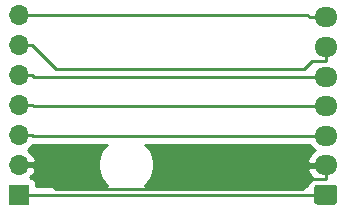
<source format=gbr>
%TF.GenerationSoftware,KiCad,Pcbnew,5.1.6-c6e7f7d~87~ubuntu20.04.1*%
%TF.CreationDate,2022-04-29T16:14:20+02:00*%
%TF.ProjectId,i2c_display,6932635f-6469-4737-906c-61792e6b6963,rev?*%
%TF.SameCoordinates,PXa03a458PY706ce10*%
%TF.FileFunction,Copper,L1,Top*%
%TF.FilePolarity,Positive*%
%FSLAX46Y46*%
G04 Gerber Fmt 4.6, Leading zero omitted, Abs format (unit mm)*
G04 Created by KiCad (PCBNEW 5.1.6-c6e7f7d~87~ubuntu20.04.1) date 2022-04-29 16:14:20*
%MOMM*%
%LPD*%
G01*
G04 APERTURE LIST*
%TA.AperFunction,ComponentPad*%
%ADD10R,1.700000X1.700000*%
%TD*%
%TA.AperFunction,ComponentPad*%
%ADD11O,1.700000X1.700000*%
%TD*%
%TA.AperFunction,ComponentPad*%
%ADD12O,1.950000X1.700000*%
%TD*%
%TA.AperFunction,Conductor*%
%ADD13C,0.250000*%
%TD*%
%TA.AperFunction,Conductor*%
%ADD14C,0.254000*%
%TD*%
G04 APERTURE END LIST*
D10*
%TO.P,J1,1*%
%TO.N,1*%
X1989160Y2886480D03*
D11*
%TO.P,J1,2*%
%TO.N,2*%
X1989160Y5426480D03*
%TO.P,J1,3*%
%TO.N,3*%
X1989160Y7966480D03*
%TO.P,J1,4*%
%TO.N,4*%
X1989160Y10506480D03*
%TO.P,J1,5*%
%TO.N,5*%
X1989160Y13046480D03*
%TO.P,J1,6*%
%TO.N,6*%
X1989160Y15586480D03*
%TO.P,J1,7*%
%TO.N,7*%
X1989160Y18126480D03*
%TD*%
%TO.P,J2,1*%
%TO.N,1*%
%TA.AperFunction,ComponentPad*%
G36*
G01*
X28714160Y2036480D02*
X27264160Y2036480D01*
G75*
G02*
X27014160Y2286480I0J250000D01*
G01*
X27014160Y3486480D01*
G75*
G02*
X27264160Y3736480I250000J0D01*
G01*
X28714160Y3736480D01*
G75*
G02*
X28964160Y3486480I0J-250000D01*
G01*
X28964160Y2286480D01*
G75*
G02*
X28714160Y2036480I-250000J0D01*
G01*
G37*
%TD.AperFunction*%
D12*
%TO.P,J2,2*%
%TO.N,2*%
X27989160Y5386480D03*
%TO.P,J2,3*%
%TO.N,3*%
X27989160Y7886480D03*
%TO.P,J2,4*%
%TO.N,4*%
X27989160Y10386480D03*
%TO.P,J2,5*%
%TO.N,5*%
X27989160Y12886480D03*
%TO.P,J2,6*%
%TO.N,6*%
X27989160Y15386480D03*
%TO.P,J2,7*%
%TO.N,7*%
X27989160Y17886480D03*
%TD*%
D13*
%TO.N,1*%
X27989160Y2886480D02*
X1989160Y2886480D01*
%TO.N,2*%
X1989160Y5426480D02*
X3164460Y5426480D01*
X27989160Y5386480D02*
X27989160Y4211180D01*
X27989160Y4211180D02*
X26813860Y4211180D01*
X26813860Y4211180D02*
X26003660Y3400980D01*
X26003660Y3400980D02*
X5189960Y3400980D01*
X5189960Y3400980D02*
X3164460Y5426480D01*
%TO.N,3*%
X1989160Y7966480D02*
X3164460Y7966480D01*
X27989160Y7886480D02*
X3244460Y7886480D01*
X3244460Y7886480D02*
X3164460Y7966480D01*
%TO.N,4*%
X1989160Y10506480D02*
X3164460Y10506480D01*
X27989160Y10386480D02*
X3284460Y10386480D01*
X3284460Y10386480D02*
X3164460Y10506480D01*
%TO.N,5*%
X1989160Y13046480D02*
X3164460Y13046480D01*
X27989160Y12886480D02*
X3324460Y12886480D01*
X3324460Y12886480D02*
X3164460Y13046480D01*
%TO.N,6*%
X1989160Y15586480D02*
X3164460Y15586480D01*
X27989160Y15386480D02*
X27989160Y14211180D01*
X27989160Y14211180D02*
X26813860Y14211180D01*
X26813860Y14211180D02*
X26158660Y13555980D01*
X26158660Y13555980D02*
X5194960Y13555980D01*
X5194960Y13555980D02*
X3164460Y15586480D01*
%TO.N,7*%
X27989160Y17886480D02*
X26688860Y17886480D01*
X26688860Y17886480D02*
X26448860Y18126480D01*
X26448860Y18126480D02*
X3164460Y18126480D01*
X1989160Y18126480D02*
X3164460Y18126480D01*
%TD*%
D14*
%TO.N,2*%
G36*
X9249395Y6936336D02*
G01*
X8990187Y6548404D01*
X8811642Y6117358D01*
X8720620Y5659761D01*
X8720620Y5193199D01*
X8811642Y4735602D01*
X8990187Y4304556D01*
X9249395Y3916624D01*
X9519539Y3646480D01*
X3477232Y3646480D01*
X3477232Y3736480D01*
X3464972Y3860962D01*
X3428662Y3980660D01*
X3369697Y4090974D01*
X3290345Y4187665D01*
X3193654Y4267017D01*
X3083340Y4325982D01*
X3002694Y4350446D01*
X3086748Y4426211D01*
X3260801Y4659560D01*
X3385985Y4922381D01*
X3430636Y5069590D01*
X3309315Y5299480D01*
X2116160Y5299480D01*
X2116160Y5279480D01*
X1862160Y5279480D01*
X1862160Y5299480D01*
X1842160Y5299480D01*
X1842160Y5553480D01*
X1862160Y5553480D01*
X1862160Y5573480D01*
X2116160Y5573480D01*
X2116160Y5553480D01*
X3309315Y5553480D01*
X3430636Y5783370D01*
X3385985Y5930579D01*
X3260801Y6193400D01*
X3086748Y6426749D01*
X2870515Y6621658D01*
X2753626Y6691285D01*
X2935792Y6813005D01*
X3142635Y7019848D01*
X3213468Y7125856D01*
X3244459Y7122804D01*
X3281782Y7126480D01*
X9439539Y7126480D01*
X9249395Y6936336D01*
G37*
X9249395Y6936336D02*
X8990187Y6548404D01*
X8811642Y6117358D01*
X8720620Y5659761D01*
X8720620Y5193199D01*
X8811642Y4735602D01*
X8990187Y4304556D01*
X9249395Y3916624D01*
X9519539Y3646480D01*
X3477232Y3646480D01*
X3477232Y3736480D01*
X3464972Y3860962D01*
X3428662Y3980660D01*
X3369697Y4090974D01*
X3290345Y4187665D01*
X3193654Y4267017D01*
X3083340Y4325982D01*
X3002694Y4350446D01*
X3086748Y4426211D01*
X3260801Y4659560D01*
X3385985Y4922381D01*
X3430636Y5069590D01*
X3309315Y5299480D01*
X2116160Y5299480D01*
X2116160Y5279480D01*
X1862160Y5279480D01*
X1862160Y5299480D01*
X1842160Y5299480D01*
X1842160Y5553480D01*
X1862160Y5553480D01*
X1862160Y5573480D01*
X2116160Y5573480D01*
X2116160Y5553480D01*
X3309315Y5553480D01*
X3430636Y5783370D01*
X3385985Y5930579D01*
X3260801Y6193400D01*
X3086748Y6426749D01*
X2870515Y6621658D01*
X2753626Y6691285D01*
X2935792Y6813005D01*
X3142635Y7019848D01*
X3213468Y7125856D01*
X3244459Y7122804D01*
X3281782Y7126480D01*
X9439539Y7126480D01*
X9249395Y6936336D01*
G36*
X26623454Y7057466D02*
G01*
X26809026Y6831346D01*
X27035146Y6645774D01*
X27060882Y6632018D01*
X26854731Y6475529D01*
X26661664Y6257673D01*
X26514808Y6006338D01*
X26422684Y5743370D01*
X26544005Y5513480D01*
X27862160Y5513480D01*
X27862160Y5533480D01*
X28116160Y5533480D01*
X28116160Y5513480D01*
X28136160Y5513480D01*
X28136160Y5259480D01*
X28116160Y5259480D01*
X28116160Y5239480D01*
X27862160Y5239480D01*
X27862160Y5259480D01*
X26544005Y5259480D01*
X26422684Y5029590D01*
X26514808Y4766622D01*
X26661664Y4515287D01*
X26854731Y4297431D01*
X26876121Y4281194D01*
X26770774Y4224885D01*
X26636198Y4114442D01*
X26525755Y3979866D01*
X26443688Y3826330D01*
X26393152Y3659734D01*
X26391847Y3646480D01*
X12658781Y3646480D01*
X12928925Y3916624D01*
X13188133Y4304556D01*
X13366678Y4735602D01*
X13457700Y5193199D01*
X13457700Y5659761D01*
X13366678Y6117358D01*
X13188133Y6548404D01*
X12928925Y6936336D01*
X12738781Y7126480D01*
X26586565Y7126480D01*
X26623454Y7057466D01*
G37*
X26623454Y7057466D02*
X26809026Y6831346D01*
X27035146Y6645774D01*
X27060882Y6632018D01*
X26854731Y6475529D01*
X26661664Y6257673D01*
X26514808Y6006338D01*
X26422684Y5743370D01*
X26544005Y5513480D01*
X27862160Y5513480D01*
X27862160Y5533480D01*
X28116160Y5533480D01*
X28116160Y5513480D01*
X28136160Y5513480D01*
X28136160Y5259480D01*
X28116160Y5259480D01*
X28116160Y5239480D01*
X27862160Y5239480D01*
X27862160Y5259480D01*
X26544005Y5259480D01*
X26422684Y5029590D01*
X26514808Y4766622D01*
X26661664Y4515287D01*
X26854731Y4297431D01*
X26876121Y4281194D01*
X26770774Y4224885D01*
X26636198Y4114442D01*
X26525755Y3979866D01*
X26443688Y3826330D01*
X26393152Y3659734D01*
X26391847Y3646480D01*
X12658781Y3646480D01*
X12928925Y3916624D01*
X13188133Y4304556D01*
X13366678Y4735602D01*
X13457700Y5193199D01*
X13457700Y5659761D01*
X13366678Y6117358D01*
X13188133Y6548404D01*
X12928925Y6936336D01*
X12738781Y7126480D01*
X26586565Y7126480D01*
X26623454Y7057466D01*
%TD*%
M02*

</source>
